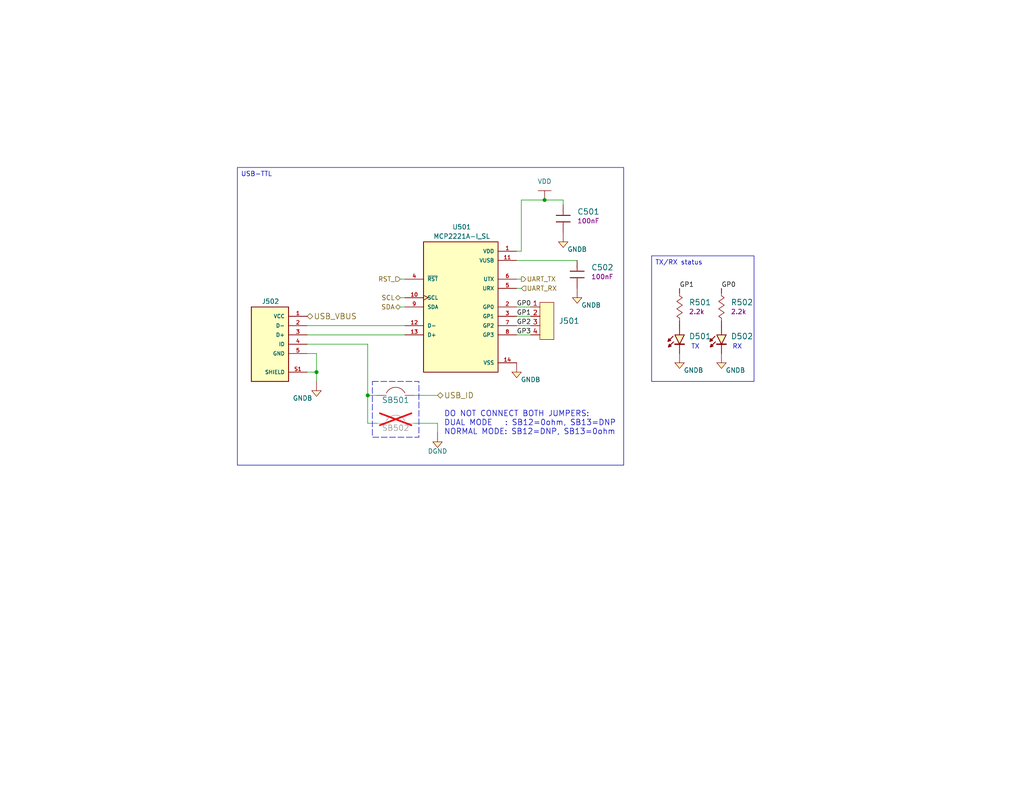
<source format=kicad_sch>
(kicad_sch (version 20231120) (generator "eeschema") (generator_version "8.0")
  (paper "USLetter")
  (title_block (title "USB Serial") (comment 1 "Gérémy Sauvageau"))
  (lib_symbols
    (symbol "Capacitors:885012207098" (pin_numbers hide) (pin_names (offset 0) hide)
      (property "Reference" "C" (at -1.27 4.064 0))
      (property "Capacitance (Farad)" "100nF" (at -1.27 -3.048 0))
      (symbol "885012207098_0_1"
        (polyline (pts (xy -2.54 0) (xy -2.286 0)))
        (polyline (pts (xy -2.159 1.905) (xy -2.159 -1.905)) (stroke (width 0.254)))
        (polyline (pts (xy -0.381 1.905) (xy -0.381 -1.905)) (stroke (width 0.254)))
        (polyline (pts (xy 0 0) (xy -0.254 0)))
        (polyline (pts (xy 0.635 0) (xy 1.27 0)))
      )
      (symbol "885012207098_1_1"
        (pin passive line (at -5.08 0 0) (length 2.54) (name "1") (number "1"))
        (pin passive line (at 2.54 0 180) (length 2.54) (name "2") (number "2"))
      )
    )
    (symbol "Connectors:690-005-299-043" (pin_names (offset 1.016))
      (property "Reference" "J" (at -5.08 11.43 0))
      (property "Value" "690-005-299-043" (at -5.08 -11.43 0))
      (symbol "690-005-299-043_0_0"
        (rectangle (start -5.08 -10.16) (end 5.08 10.16) (stroke (width 0.254)) (fill (type background)))
        (pin power_in line (at -10.16 7.62 0) (length 5.08) (name "VCC") (number "1"))
        (pin bidirectional line (at -10.16 5.08 0) (length 5.08) (name "D-") (number "2"))
        (pin bidirectional line (at -10.16 2.54 0) (length 5.08) (name "D+") (number "3"))
        (pin bidirectional line (at -10.16 0 0) (length 5.08) (name "ID") (number "4"))
        (pin power_in line (at -10.16 -2.54 0) (length 5.08) (name "GND") (number "5"))
        (pin passive line (at -10.16 -7.62 0) (length 5.08) (name "SHIELD") (number "S1"))
      )
    )
    (symbol "Connectors:Header_Male_Pin_2.54mm_1X4_,_Unshrouded" (pin_names (offset 0) hide)
      (property "Reference" "J" (at -1.27 10.16 0))
      (symbol "Header_Male_Pin_2.54mm_1X4_,_Unshrouded_0_0"
        (rectangle (start -3.81 8.89) (end 0 -1.27) (fill (type background)))
      )
      (symbol "Header_Male_Pin_2.54mm_1X4_,_Unshrouded_1_1"
        (pin passive line (at 2.54 0 180) (length 2.54) (name "~") (number "1"))
        (pin passive line (at 2.54 2.54 180) (length 2.54) (name "~") (number "2"))
        (pin passive line (at 2.54 5.08 180) (length 2.54) (name "~") (number "3"))
        (pin passive line (at 2.54 7.62 180) (length 2.54) (name "~") (number "4"))
      )
    )
    (symbol "Connectors:Solder_Bridge" (pin_numbers hide) (pin_names (offset 0) hide)
      (property "Reference" "SB" (at 0 3.81 0))
      (symbol "Solder_Bridge_0_1"
        (arc (start 2.54 0.635) (mid 0 2.2048) (end -2.54 0.635))
      )
      (symbol "Solder_Bridge_1_1"
        (pin passive line (at -5.08 0 0) (length 2.54) (name "1") (number "1"))
        (pin passive line (at 5.08 0 180) (length 2.54) (name "2") (number "2"))
      )
    )
    (symbol "Diodes:150080VS75000" (pin_numbers hide) (pin_names (offset 0) hide)
      (property "Reference" "D" (at -1.27 3.81 0))
      (property "Value" "150080VS75000" (at 0 -5.08 0))
      (symbol "150080VS75000_0_1"
        (polyline (pts (xy 0 -1.27) (xy 0 1.27)) (stroke (width 0.381)))
        (polyline (pts (xy -2.54 1.27) (xy -2.54 -1.27) (xy 0 0) (xy -2.54 1.27)) (stroke (width 0.254)) (fill (type background)))
        (polyline (pts (xy -2.159 -1.778) (xy -0.762 -3.175) (xy -1.016 -2.413) (xy -1.524 -2.921) (xy -0.762 -3.175)) (stroke (width 0.254)) (fill (type outline)))
        (polyline (pts (xy -0.635 -1.651) (xy 0.762 -3.048) (xy 0 -2.794) (xy 0.508 -2.286) (xy 0.762 -3.048)) (stroke (width 0.254)) (fill (type outline)))
      )
      (symbol "150080VS75000_1_1"
        (pin passive line (at 2.54 0 180) (length 2.54) (name "Cathode") (number "1"))
        (pin passive line (at -5.08 0 0) (length 2.54) (name "Anode") (number "2"))
      )
    )
    (symbol "Diodes:150080YS75000" (pin_numbers hide) (pin_names (offset 0) hide)
      (property "Reference" "D" (at -1.27 3.81 0))
      (property "Value" "150080YS75000" (at 0 -5.08 0))
      (symbol "150080YS75000_0_1"
        (polyline (pts (xy 0 -1.27) (xy 0 1.27)) (stroke (width 0.381)))
        (polyline (pts (xy -2.54 1.27) (xy -2.54 -1.27) (xy 0 0) (xy -2.54 1.27)) (stroke (width 0.254)) (fill (type background)))
        (polyline (pts (xy -2.159 -1.778) (xy -0.762 -3.175) (xy -1.016 -2.413) (xy -1.524 -2.921) (xy -0.762 -3.175)) (stroke (width 0.254)) (fill (type outline)))
        (polyline (pts (xy -0.635 -1.651) (xy 0.762 -3.048) (xy 0 -2.794) (xy 0.508 -2.286) (xy 0.762 -3.048)) (stroke (width 0.254)) (fill (type outline)))
      )
      (symbol "150080YS75000_1_1"
        (pin passive line (at 2.54 0 180) (length 2.54) (name "Cathode") (number "1"))
        (pin passive line (at -5.08 0 0) (length 2.54) (name "Anode") (number "2"))
      )
    )
    (symbol "Interface:MCP2221A-I_SL" (pin_names (offset 1.016))
      (property "Reference" "U" (at -10.16 18.542 0))
      (property "Value" "MCP2221A-I_SL" (at -10.16 -20.32 0))
      (property "Manufacturer Part Number" "MCP2221A" (at 0 0 0))
      (property "Supplier Part Number" "MCP2221A-I/SL-ND" (at 0 0 0))
      (property "Supplier" "Digikey" (at 0 0 0))
      (symbol "MCP2221A-I_SL_0_0"
        (rectangle (start -10.16 -17.78) (end 10.16 17.78) (stroke (width 0.254)) (fill (type background)))
        (pin power_in line (at 15.24 15.24 180) (length 5.08) (name "VDD") (number "1"))
        (pin bidirectional clock (at -15.24 2.54 0) (length 5.08) (name "SCL") (number "10"))
        (pin power_in line (at 15.24 12.7 180) (length 5.08) (name "VUSB") (number "11"))
        (pin bidirectional line (at -15.24 -5.08 0) (length 5.08) (name "D-") (number "12"))
        (pin bidirectional line (at -15.24 -7.62 0) (length 5.08) (name "D+") (number "13"))
        (pin power_in line (at 15.24 -15.24 180) (length 5.08) (name "VSS") (number "14"))
        (pin bidirectional line (at 15.24 0 180) (length 5.08) (name "GP0") (number "2"))
        (pin bidirectional line (at 15.24 -2.54 180) (length 5.08) (name "GP1") (number "3"))
        (pin input line (at -15.24 7.62 0) (length 5.08) (name "~{RST}") (number "4"))
        (pin input line (at 15.24 5.08 180) (length 5.08) (name "URX") (number "5"))
        (pin output line (at 15.24 7.62 180) (length 5.08) (name "UTX") (number "6"))
        (pin bidirectional line (at 15.24 -5.08 180) (length 5.08) (name "GP2") (number "7"))
        (pin bidirectional line (at 15.24 -7.62 180) (length 5.08) (name "GP3") (number "8"))
        (pin bidirectional line (at -15.24 0 0) (length 5.08) (name "SDA") (number "9"))
      )
    )
    (symbol "Power_Port:DGND" (power) (pin_numbers hide) (pin_names (offset 0) hide)
      (property "Value" "DGND" (at 0 -2.54 0))
      (symbol "DGND_0_1"
        (polyline (pts (xy 0 0) (xy 1.27 0)))
        (polyline (pts (xy -1.27 0) (xy 0 -1.524) (xy 1.27 0)) (fill (type background)))
        (polyline (pts (xy 0 2.54) (xy 0 0) (xy -1.27 0)))
      )
      (symbol "DGND_1_1"
        (pin power_in line (at 0 2.54 90) (length 0) hide (name "DGND") (number "1"))
      )
    )
    (symbol "Power_Port:GNDB" (power) (pin_numbers hide) (pin_names (offset 0) hide)
      (property "Value" "GNDB" (at 0 -2.54 0))
      (symbol "GNDB_0_1"
        (polyline (pts (xy 0 0) (xy 1.27 0)))
        (polyline (pts (xy -1.27 0) (xy 0 -1.524) (xy 1.27 0)) (fill (type background)))
        (polyline (pts (xy 0 2.54) (xy 0 0) (xy -1.27 0)))
      )
      (symbol "GNDB_1_1"
        (pin power_in line (at 0 2.54 90) (length 0) hide (name "GNDB") (number "1"))
      )
    )
    (symbol "Power_Port:VDD" (power) (pin_numbers hide) (pin_names (offset 0) hide)
      (property "Value" "VDD" (at -0.254 3.556 0))
      (symbol "VDD_0_1"
        (polyline (pts (xy -1.778 2.54) (xy 0 2.54)))
        (polyline (pts (xy 0 0) (xy 0 2.54)))
        (polyline (pts (xy 0 2.54) (xy 1.778 2.54)))
      )
      (symbol "VDD_1_1"
        (pin power_in line (at 0 0 90) (length 0) hide (name "VDD") (number "1"))
      )
    )
    (symbol "Resistors:RC0805JR-072K2L" (pin_numbers hide) (pin_names (offset 0) hide)
      (property "Reference" "R" (at 0 2.032 0))
      (property "Resistance (Ohms)" "2.2k" (at 0 -1.778 0))
      (symbol "RC0805JR-072K2L_0_1"
        (rectangle (start -3.048 0) (end -3.81 0))
        (polyline (pts (xy -3.048 0) (xy -2.54 0.762) (xy -2.032 0) (xy -1.524 -0.762) (xy -1.016 0) (xy -0.508 0.762) (xy 0 0) (xy 0.508 -0.762) (xy 1.016 0) (xy 1.524 0.762) (xy 2.032 0) (xy 2.54 -0.762) (xy 3.048 0)))
        (rectangle (start 3.81 0) (end 3.048 0))
      )
      (symbol "RC0805JR-072K2L_1_1"
        (pin passive line (at -5.08 0 0) (length 1.27) (name "1") (number "1"))
        (pin passive line (at 5.08 0 180) (length 1.27) (name "2") (number "2"))
      )
    )
  )
  (junction (at 148.59 54.61))
  (junction (at 100.33 107.95))
  (junction (at 86.36 101.6))
  (wire (pts (xy 140.97 91.44) (xy 144.78 91.44)))
  (wire (pts (xy 109.22 76.2) (xy 110.49 76.2)))
  (wire (pts (xy 140.97 86.36) (xy 144.78 86.36)))
  (wire (pts (xy 83.82 91.44) (xy 110.49 91.44)))
  (wire (pts (xy 86.36 101.6) (xy 86.36 104.14)))
  (wire (pts (xy 83.82 88.9) (xy 110.49 88.9)))
  (wire (pts (xy 100.33 107.95) (xy 100.33 115.57)))
  (wire (pts (xy 119.38 107.95) (xy 113.03 107.95)))
  (wire (pts (xy 142.24 68.58) (xy 142.24 54.61)))
  (wire (pts (xy 100.33 93.98) (xy 100.33 107.95)))
  (wire (pts (xy 119.38 115.57) (xy 113.03 115.57)))
  (wire (pts (xy 119.38 118.11) (xy 119.38 115.57)))
  (wire (pts (xy 153.67 54.61) (xy 148.59 54.61)))
  (wire (pts (xy 83.82 96.52) (xy 86.36 96.52)))
  (wire (pts (xy 86.36 96.52) (xy 86.36 101.6)))
  (wire (pts (xy 109.22 81.28) (xy 110.49 81.28)))
  (wire (pts (xy 100.33 107.95) (xy 102.87 107.95)))
  (wire (pts (xy 153.67 55.88) (xy 153.67 54.61)))
  (wire (pts (xy 140.97 78.74) (xy 142.24 78.74)))
  (wire (pts (xy 140.97 83.82) (xy 144.78 83.82)))
  (wire (pts (xy 100.33 115.57) (xy 102.87 115.57)))
  (wire (pts (xy 140.97 68.58) (xy 142.24 68.58)))
  (wire (pts (xy 83.82 101.6) (xy 86.36 101.6)))
  (wire (pts (xy 140.97 88.9) (xy 144.78 88.9)))
  (wire (pts (xy 109.22 83.82) (xy 110.49 83.82)))
  (wire (pts (xy 83.82 93.98) (xy 100.33 93.98)))
  (wire (pts (xy 140.97 71.12) (xy 157.48 71.12)))
  (wire (pts (xy 140.97 76.2) (xy 142.24 76.2)))
  (wire (pts (xy 142.24 54.61) (xy 148.59 54.61)))
  (rectangle (start 101.6 119.38) (end 114.3 104.14) (stroke (width 0) (type dash)))
  (text_box "USB-TTL" (at 64.77 45.72 0) (size 105.41 81.28) (effects (font (size 1.27 1.27)) (justify left top)))
  (text_box "TX/RX status" (at 177.8 69.85 0) (size 27.94 34.29) (effects (font (size 1.27 1.27)) (justify left top)))
  (text "DO NOT CONNECT BOTH JUMPERS:\nDUAL MODE   : SB12=0ohm, SB13=DNP\nNORMAL MODE: SB12=DNP, SB13=0ohm\n" (at 121.158 118.872 0) (effects (font (size 1.524 1.524)) (justify left bottom)))
  (text "TX" (at 189.738 94.742 0) (effects (font (size 1.27 1.27))))
  (text "RX" (at 201.168 94.742 0) (effects (font (size 1.27 1.27))))
  (label "GP3" (at 140.97 91.44 0))
  (label "GP2" (at 140.97 88.9 0))
  (label "GP1" (at 140.97 86.36 0))
  (label "GP0" (at 196.85 78.74 0))
  (label "GP1" (at 185.42 78.74 0))
  (label "GP0" (at 140.97 83.82 0))
  (hierarchical_label "RST_" (shape input) (at 109.22 76.2 180))
  (hierarchical_label "USB_ID" (shape bidirectional) (at 119.38 107.95 0) (effects (font (size 1.524 1.524))))
  (hierarchical_label "SCL" (shape bidirectional) (at 109.22 81.28 180))
  (hierarchical_label "UART_TX" (shape output) (at 142.24 76.2 0))
  (hierarchical_label "USB_VBUS" (shape bidirectional) (at 83.82 86.36 0) (effects (font (size 1.524 1.524))))
  (hierarchical_label "UART_RX" (shape input) (at 142.24 78.74 0))
  (hierarchical_label "SDA" (shape bidirectional) (at 109.22 83.82 180))
  (symbol (lib_id "Power_Port:GNDB") (at 86.36 106.68 0) (mirror y) (unit 1)
    (property "Reference" "#PWR0507" (effects (hide yes)))
    (property "Value" "GNDB" (at 82.55 108.712 0))
  )
  (symbol (lib_id "Capacitors:885012207098") (at 153.67 58.42 90) (unit 1)
    (property "Reference" "C501" (at 157.48 57.7849 90) (effects (font (size 1.524 1.524)) (justify right)))
    (property "Value" "885012207098" (effects (hide yes)))
    (property "Footprint" "Capacitors:C0805" (effects (hide yes)))
    (property "Datasheet" "D" (effects (hide yes)))
    (property "Description" "CAP CER 0.1UF 100nF 50V X7R 0805" (effects (hide yes)))
    (property "Supplier" "Digikey" (effects (hide yes)))
    (property "Supplier Part Number" "732-8080-1-ND" (effects (hide yes)))
    (property "Manufacturer" "Wurth Electronics Inc." (effects (hide yes)))
    (property "Manufacturer Part Number" "885012207098" (effects (hide yes)))
    (property "Capacitance (Farad)" "100nF" (at 157.48 60.3249 90) (effects (justify right)))
    (property "Tolerance (%)" "±10%" (effects (hide yes)))
    (property "Voltage Rated (Volt)" "50V" (effects (hide yes)))
  )
  (symbol (lib_id "Diodes:150080VS75000") (at 185.42 93.98 270) (unit 1)
    (property "Reference" "D501" (at 187.96 91.8209 90) (effects (font (size 1.524 1.524)) (justify left)))
    (property "Value" "150080VS75000" (effects (hide yes)))
    (property "Footprint" "Diodes:LED_0805_GREEN" (effects (hide yes)))
    (property "Datasheet" "http://katalog.we-online.de/led/datasheet/150080VS75000.pdf" (effects (hide yes)))
    (property "Description" "LED GREEN CLEAR 0805 SMD" (effects (hide yes)))
    (property "Supplier" "Digikey" (effects (hide yes)))
    (property "Supplier Part Number" "732-4986-1-ND" (effects (hide yes)))
    (property "Manufacturer" "Wurth Electronics Inc." (effects (hide yes)))
    (property "Manufacturer Part Number" "150080VS75000" (effects (hide yes)))
    (property "Color" "GREEN" (effects (hide yes)))
    (property "Voltage - Forward (Vf) (Typ)" "2V" (effects (hide yes)))
  )
  (symbol (lib_id "Connectors:Header_Male_Pin_2.54mm_1X4_,_Unshrouded") (at 147.32 83.82 180) (unit 1)
    (property "Reference" "J501" (at 152.4 87.6299 0) (effects (font (size 1.524 1.524)) (justify right)))
    (property "Value" "Header_Male_Pin_2.54mm_1X4_,_Unshrouded" (effects (hide yes)))
    (property "Footprint" "Connectors:Headers_2.54mm_1X4" (effects (hide yes)))
    (property "Datasheet" "D" (effects (hide yes)))
    (property "Description" "Pin Male Single Row Pin Header Strip" (effects (hide yes)))
    (property "Supplier" "Ebay" (effects (hide yes)))
    (property "Supplier Part Number" "Pin Male Single Row Pin Header Strip" (effects (hide yes)))
    (property "Manufacturer" "Manufacturer" (effects (hide yes)))
    (property "Manufacturer Part Number" "Manufacturer Part Number" (effects (hide yes)))
  )
  (symbol (lib_id "Power_Port:GNDB") (at 153.67 66.04 0) (unit 1)
    (property "Reference" "#PWR0502" (effects (hide yes)))
    (property "Value" "GNDB" (at 157.48 68.072 0))
  )
  (symbol (lib_id "Power_Port:GNDB") (at 196.85 99.06 0) (unit 1)
    (property "Reference" "#PWR0505" (effects (hide yes)))
    (property "Value" "GNDB" (at 200.66 101.092 0))
  )
  (symbol (lib_id "Power_Port:VDD") (at 148.59 54.61 0) (unit 1)
    (property "Reference" "#PWR0501" (effects (hide yes)))
    (property "Value" "VDD" (at 148.59 49.53 0))
  )
  (symbol (lib_id "Connectors:Solder_Bridge") (at 107.95 115.57 0) (mirror y) (unit 1) (dnp yes)
    (property "Reference" "SB502" (at 107.95 116.84 0) (effects (font (size 1.524 1.524))))
    (property "Value" "Solder_Bridge" (effects (hide yes)))
    (property "Footprint" "Connectors:Solder_bridge_0805" (effects (hide yes)))
    (property "Datasheet" "D" (effects (hide yes)))
    (property "Description" "Solder Bridge" (effects (hide yes)))
    (property "Supplier" "N/A" (effects (hide yes)))
    (property "Supplier Part Number" "N/A" (effects (hide yes)))
    (property "Manufacturer" "N/A" (effects (hide yes)))
    (property "Manufacturer Part Number" "N/A" (effects (hide yes)))
  )
  (symbol (lib_id "Resistors:RC0805JR-072K2L") (at 196.85 83.82 90) (unit 1)
    (property "Reference" "R502" (at 199.39 82.5499 90) (effects (font (size 1.524 1.524)) (justify right)))
    (property "Value" "RC0805JR-072K2L" (effects (hide yes)))
    (property "Footprint" "Resistors:R0805" (effects (hide yes)))
    (property "Datasheet" "http://www.yageo.com/documents/recent/PYu-RC_Group_51_RoHS_L_7.pdf" (effects (hide yes)))
    (property "Description" "RES SMD 2.2K OHM 5% 1/8W 0805" (effects (hide yes)))
    (property "Supplier" "Digikey" (effects (hide yes)))
    (property "Supplier Part Number" "311-2.2KARCT-ND" (effects (hide yes)))
    (property "Manufacturer" "Yageo" (effects (hide yes)))
    (property "Manufacturer Part Number" "RC0805JR-072K2L" (effects (hide yes)))
    (property "Resistance (Ohms)" "2.2k" (at 199.39 85.0899 90) (effects (justify right)))
    (property "Tolerance (%)" "±5%" (effects (hide yes)))
    (property "Puissance (Watts)" "1/8W" (effects (hide yes)))
  )
  (symbol (lib_id "Power_Port:GNDB") (at 140.97 101.6 0) (unit 1)
    (property "Reference" "#PWR0506" (effects (hide yes)))
    (property "Value" "GNDB" (at 144.78 103.632 0))
  )
  (symbol (lib_id "Capacitors:885012207098") (at 157.48 73.66 90) (unit 1)
    (property "Reference" "C502" (at 161.29 73.0249 90) (effects (font (size 1.524 1.524)) (justify right)))
    (property "Value" "885012207098" (effects (hide yes)))
    (property "Footprint" "Capacitors:C0805" (effects (hide yes)))
    (property "Datasheet" "D" (effects (hide yes)))
    (property "Description" "CAP CER 0.1UF 100nF 50V X7R 0805" (effects (hide yes)))
    (property "Supplier" "Digikey" (effects (hide yes)))
    (property "Supplier Part Number" "732-8080-1-ND" (effects (hide yes)))
    (property "Manufacturer" "Wurth Electronics Inc." (effects (hide yes)))
    (property "Manufacturer Part Number" "885012207098" (effects (hide yes)))
    (property "Capacitance (Farad)" "100nF" (at 161.29 75.5649 90) (effects (justify right)))
    (property "Tolerance (%)" "±10%" (effects (hide yes)))
    (property "Voltage Rated (Volt)" "50V" (effects (hide yes)))
  )
  (symbol (lib_id "Power_Port:GNDB") (at 185.42 99.06 0) (unit 1)
    (property "Reference" "#PWR0504" (effects (hide yes)))
    (property "Value" "GNDB" (at 189.23 101.092 0))
  )
  (symbol (lib_id "Power_Port:GNDB") (at 157.48 81.28 0) (unit 1)
    (property "Reference" "#PWR0503" (effects (hide yes)))
    (property "Value" "GNDB" (at 161.29 83.312 0))
  )
  (symbol (lib_id "Power_Port:DGND") (at 119.38 120.65 0) (mirror y) (unit 1)
    (property "Reference" "#PWR0508" (effects (hide yes)))
    (property "Value" "DGND" (at 119.38 123.19 0))
  )
  (symbol (lib_id "Connectors:690-005-299-043") (at 73.66 93.98 0) (mirror y) (unit 1)
    (property "Reference" "J502" (at 76.2 82.296 0) (effects (justify left)))
    (property "Value" "690-005-299-043" (effects (hide yes)))
    (property "Footprint" "EDAC_690-005-299-043" (effects (hide yes)))
    (property "Datasheet" "http://files.edac.net/edac/content/1/690-005-299-043.pdf" (effects (hide yes)))
    (property "Description" "USB B mini" (effects (hide yes)))
    (property "Supplier" "Digikey" (effects (hide yes)))
    (property "Supplier Part Number" "151-1206-1-ND" (effects (hide yes)))
    (property "Manufacturer" "EDAC" (effects (hide yes)))
    (property "Manufacturer Part Number" "690-005-299-043" (effects (hide yes)))
  )
  (symbol (lib_id "Connectors:Solder_Bridge") (at 107.95 107.95 0) (mirror y) (unit 1)
    (property "Reference" "SB501" (at 107.95 109.22 0) (effects (font (size 1.524 1.524))))
    (property "Value" "Solder_Bridge" (effects (hide yes)))
    (property "Footprint" "Connectors:Solder_bridge_0805" (effects (hide yes)))
    (property "Datasheet" "D" (effects (hide yes)))
    (property "Description" "Solder Bridge" (effects (hide yes)))
    (property "Supplier" "N/A" (effects (hide yes)))
    (property "Supplier Part Number" "N/A" (effects (hide yes)))
    (property "Manufacturer" "N/A" (effects (hide yes)))
    (property "Manufacturer Part Number" "N/A" (effects (hide yes)))
  )
  (symbol (lib_id "Diodes:150080YS75000") (at 196.85 93.98 270) (unit 1)
    (property "Reference" "D502" (at 199.39 91.8209 90) (effects (font (size 1.524 1.524)) (justify left)))
    (property "Value" "150080YS75000" (effects (hide yes)))
    (property "Footprint" "Diodes:LED_0805_YELLOW" (effects (hide yes)))
    (property "Datasheet" "http://katalog.we-online.de/led/datasheet/150080YS75000.pdf" (effects (hide yes)))
    (property "Description" "LED YELLOW CLEAR 0805 SMD" (effects (hide yes)))
    (property "Supplier" "Digikey" (effects (hide yes)))
    (property "Supplier Part Number" "732-4987-1-ND" (effects (hide yes)))
    (property "Manufacturer" "Wurth Electronics Inc." (effects (hide yes)))
    (property "Manufacturer Part Number" "150080YS75000" (effects (hide yes)))
    (property "Color" "YELLOW" (effects (hide yes)))
    (property "Voltage - Forward (Vf) (Typ)" "2V" (effects (hide yes)))
  )
  (symbol (lib_id "Interface:MCP2221A-I_SL") (at 125.73 83.82 0) (unit 1)
    (property "Reference" "U501" (at 125.984 61.976 0))
    (property "Value" "MCP2221A-I_SL" (at 125.984 64.516 0))
    (property "Footprint" "IC:SOIC127P600X175-14N" (effects (hide yes)))
    (property "Datasheet" "https://ww1.microchip.com/downloads/aemDocuments/documents/APID/ProductDocuments/DataSheets/MCP2221A-Data-Sheet-20005565E.pdf" (effects (hide yes)))
    (property "Manufacturer" "Microchip" (effects (hide yes)))
    (property "Manufacturer Part Number" "MCP2221A" (effects (hide yes)))
    (property "Supplier Part Number" "MCP2221A-I/SL-ND" (effects (hide yes)))
    (property "Supplier" "Digikey" (effects (hide yes)))
  )
  (symbol (lib_id "Resistors:RC0805JR-072K2L") (at 185.42 83.82 90) (unit 1)
    (property "Reference" "R501" (at 187.96 82.5499 90) (effects (font (size 1.524 1.524)) (justify right)))
    (property "Value" "RC0805JR-072K2L" (effects (hide yes)))
    (property "Footprint" "Resistors:R0805" (effects (hide yes)))
    (property "Datasheet" "http://www.yageo.com/documents/recent/PYu-RC_Group_51_RoHS_L_7.pdf" (effects (hide yes)))
    (property "Description" "RES SMD 2.2K OHM 5% 1/8W 0805" (effects (hide yes)))
    (property "Supplier" "Digikey" (effects (hide yes)))
    (property "Supplier Part Number" "311-2.2KARCT-ND" (effects (hide yes)))
    (property "Manufacturer" "Yageo" (effects (hide yes)))
    (property "Manufacturer Part Number" "RC0805JR-072K2L" (effects (hide yes)))
    (property "Resistance (Ohms)" "2.2k" (at 187.96 85.0899 90) (effects (justify right)))
    (property "Tolerance (%)" "±5%" (effects (hide yes)))
    (property "Puissance (Watts)" "1/8W" (effects (hide yes)))
  )
)
</source>
